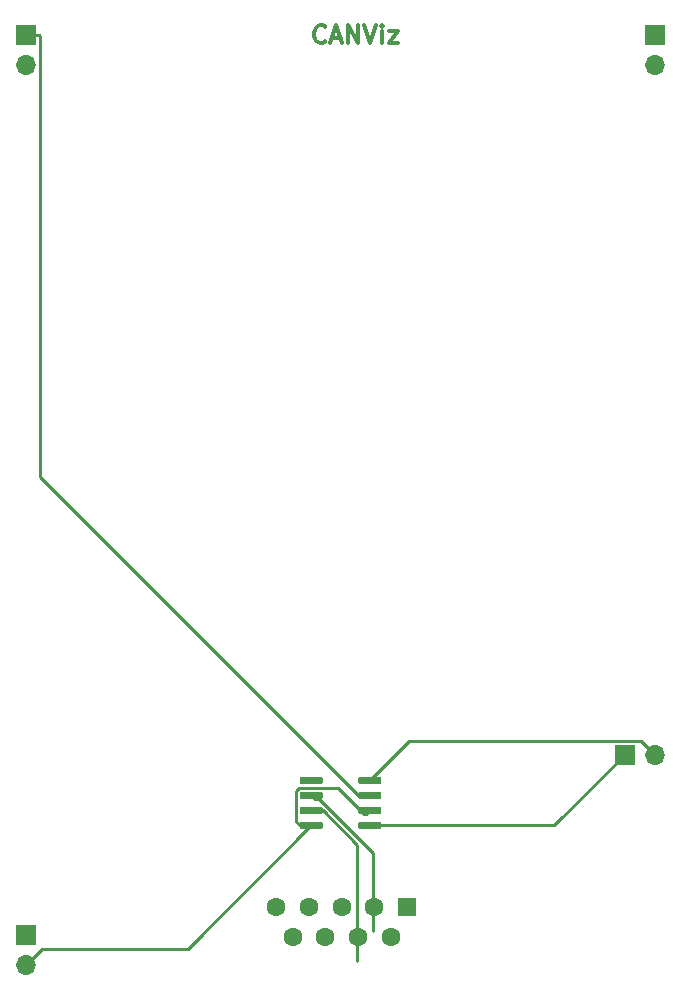
<source format=gbr>
G04 #@! TF.GenerationSoftware,KiCad,Pcbnew,5.1.5-52549c5~84~ubuntu18.04.1*
G04 #@! TF.CreationDate,2020-02-18T11:51:06+01:00*
G04 #@! TF.ProjectId,test,74657374-2e6b-4696-9361-645f70636258,rev?*
G04 #@! TF.SameCoordinates,Original*
G04 #@! TF.FileFunction,Copper,L1,Top*
G04 #@! TF.FilePolarity,Positive*
%FSLAX46Y46*%
G04 Gerber Fmt 4.6, Leading zero omitted, Abs format (unit mm)*
G04 Created by KiCad (PCBNEW 5.1.5-52549c5~84~ubuntu18.04.1) date 2020-02-18 11:51:06*
%MOMM*%
%LPD*%
G04 APERTURE LIST*
%ADD10C,0.375000*%
%ADD11R,1.600000X1.600000*%
%ADD12C,1.600000*%
%ADD13C,0.100000*%
%ADD14R,1.700000X1.700000*%
%ADD15O,1.700000X1.700000*%
%ADD16C,0.250000*%
G04 APERTURE END LIST*
D10*
X81428571Y-62735714D02*
X81357142Y-62807142D01*
X81142857Y-62878571D01*
X81000000Y-62878571D01*
X80785714Y-62807142D01*
X80642857Y-62664285D01*
X80571428Y-62521428D01*
X80500000Y-62235714D01*
X80500000Y-62021428D01*
X80571428Y-61735714D01*
X80642857Y-61592857D01*
X80785714Y-61450000D01*
X81000000Y-61378571D01*
X81142857Y-61378571D01*
X81357142Y-61450000D01*
X81428571Y-61521428D01*
X82000000Y-62450000D02*
X82714285Y-62450000D01*
X81857142Y-62878571D02*
X82357142Y-61378571D01*
X82857142Y-62878571D01*
X83357142Y-62878571D02*
X83357142Y-61378571D01*
X84214285Y-62878571D01*
X84214285Y-61378571D01*
X84714285Y-61378571D02*
X85214285Y-62878571D01*
X85714285Y-61378571D01*
X86214285Y-62878571D02*
X86214285Y-61878571D01*
X86214285Y-61378571D02*
X86142857Y-61450000D01*
X86214285Y-61521428D01*
X86285714Y-61450000D01*
X86214285Y-61378571D01*
X86214285Y-61521428D01*
X86785714Y-61878571D02*
X87571428Y-61878571D01*
X86785714Y-62878571D01*
X87571428Y-62878571D01*
D11*
X88350000Y-136007580D03*
D12*
X85580000Y-136007580D03*
X82810000Y-136007580D03*
X80040000Y-136007580D03*
X77270000Y-136007580D03*
X86965000Y-138547580D03*
X84195000Y-138547580D03*
X81425000Y-138547580D03*
X78655000Y-138547580D03*
G04 #@! TA.AperFunction,SMDPad,CuDef*
D13*
G36*
X86019203Y-128805722D02*
G01*
X86033764Y-128807882D01*
X86048043Y-128811459D01*
X86061903Y-128816418D01*
X86075210Y-128822712D01*
X86087836Y-128830280D01*
X86099659Y-128839048D01*
X86110566Y-128848934D01*
X86120452Y-128859841D01*
X86129220Y-128871664D01*
X86136788Y-128884290D01*
X86143082Y-128897597D01*
X86148041Y-128911457D01*
X86151618Y-128925736D01*
X86153778Y-128940297D01*
X86154500Y-128955000D01*
X86154500Y-129255000D01*
X86153778Y-129269703D01*
X86151618Y-129284264D01*
X86148041Y-129298543D01*
X86143082Y-129312403D01*
X86136788Y-129325710D01*
X86129220Y-129338336D01*
X86120452Y-129350159D01*
X86110566Y-129361066D01*
X86099659Y-129370952D01*
X86087836Y-129379720D01*
X86075210Y-129387288D01*
X86061903Y-129393582D01*
X86048043Y-129398541D01*
X86033764Y-129402118D01*
X86019203Y-129404278D01*
X86004500Y-129405000D01*
X84354500Y-129405000D01*
X84339797Y-129404278D01*
X84325236Y-129402118D01*
X84310957Y-129398541D01*
X84297097Y-129393582D01*
X84283790Y-129387288D01*
X84271164Y-129379720D01*
X84259341Y-129370952D01*
X84248434Y-129361066D01*
X84238548Y-129350159D01*
X84229780Y-129338336D01*
X84222212Y-129325710D01*
X84215918Y-129312403D01*
X84210959Y-129298543D01*
X84207382Y-129284264D01*
X84205222Y-129269703D01*
X84204500Y-129255000D01*
X84204500Y-128955000D01*
X84205222Y-128940297D01*
X84207382Y-128925736D01*
X84210959Y-128911457D01*
X84215918Y-128897597D01*
X84222212Y-128884290D01*
X84229780Y-128871664D01*
X84238548Y-128859841D01*
X84248434Y-128848934D01*
X84259341Y-128839048D01*
X84271164Y-128830280D01*
X84283790Y-128822712D01*
X84297097Y-128816418D01*
X84310957Y-128811459D01*
X84325236Y-128807882D01*
X84339797Y-128805722D01*
X84354500Y-128805000D01*
X86004500Y-128805000D01*
X86019203Y-128805722D01*
G37*
G04 #@! TD.AperFunction*
G04 #@! TA.AperFunction,SMDPad,CuDef*
G36*
X86019203Y-127535722D02*
G01*
X86033764Y-127537882D01*
X86048043Y-127541459D01*
X86061903Y-127546418D01*
X86075210Y-127552712D01*
X86087836Y-127560280D01*
X86099659Y-127569048D01*
X86110566Y-127578934D01*
X86120452Y-127589841D01*
X86129220Y-127601664D01*
X86136788Y-127614290D01*
X86143082Y-127627597D01*
X86148041Y-127641457D01*
X86151618Y-127655736D01*
X86153778Y-127670297D01*
X86154500Y-127685000D01*
X86154500Y-127985000D01*
X86153778Y-127999703D01*
X86151618Y-128014264D01*
X86148041Y-128028543D01*
X86143082Y-128042403D01*
X86136788Y-128055710D01*
X86129220Y-128068336D01*
X86120452Y-128080159D01*
X86110566Y-128091066D01*
X86099659Y-128100952D01*
X86087836Y-128109720D01*
X86075210Y-128117288D01*
X86061903Y-128123582D01*
X86048043Y-128128541D01*
X86033764Y-128132118D01*
X86019203Y-128134278D01*
X86004500Y-128135000D01*
X84354500Y-128135000D01*
X84339797Y-128134278D01*
X84325236Y-128132118D01*
X84310957Y-128128541D01*
X84297097Y-128123582D01*
X84283790Y-128117288D01*
X84271164Y-128109720D01*
X84259341Y-128100952D01*
X84248434Y-128091066D01*
X84238548Y-128080159D01*
X84229780Y-128068336D01*
X84222212Y-128055710D01*
X84215918Y-128042403D01*
X84210959Y-128028543D01*
X84207382Y-128014264D01*
X84205222Y-127999703D01*
X84204500Y-127985000D01*
X84204500Y-127685000D01*
X84205222Y-127670297D01*
X84207382Y-127655736D01*
X84210959Y-127641457D01*
X84215918Y-127627597D01*
X84222212Y-127614290D01*
X84229780Y-127601664D01*
X84238548Y-127589841D01*
X84248434Y-127578934D01*
X84259341Y-127569048D01*
X84271164Y-127560280D01*
X84283790Y-127552712D01*
X84297097Y-127546418D01*
X84310957Y-127541459D01*
X84325236Y-127537882D01*
X84339797Y-127535722D01*
X84354500Y-127535000D01*
X86004500Y-127535000D01*
X86019203Y-127535722D01*
G37*
G04 #@! TD.AperFunction*
G04 #@! TA.AperFunction,SMDPad,CuDef*
G36*
X86019203Y-126265722D02*
G01*
X86033764Y-126267882D01*
X86048043Y-126271459D01*
X86061903Y-126276418D01*
X86075210Y-126282712D01*
X86087836Y-126290280D01*
X86099659Y-126299048D01*
X86110566Y-126308934D01*
X86120452Y-126319841D01*
X86129220Y-126331664D01*
X86136788Y-126344290D01*
X86143082Y-126357597D01*
X86148041Y-126371457D01*
X86151618Y-126385736D01*
X86153778Y-126400297D01*
X86154500Y-126415000D01*
X86154500Y-126715000D01*
X86153778Y-126729703D01*
X86151618Y-126744264D01*
X86148041Y-126758543D01*
X86143082Y-126772403D01*
X86136788Y-126785710D01*
X86129220Y-126798336D01*
X86120452Y-126810159D01*
X86110566Y-126821066D01*
X86099659Y-126830952D01*
X86087836Y-126839720D01*
X86075210Y-126847288D01*
X86061903Y-126853582D01*
X86048043Y-126858541D01*
X86033764Y-126862118D01*
X86019203Y-126864278D01*
X86004500Y-126865000D01*
X84354500Y-126865000D01*
X84339797Y-126864278D01*
X84325236Y-126862118D01*
X84310957Y-126858541D01*
X84297097Y-126853582D01*
X84283790Y-126847288D01*
X84271164Y-126839720D01*
X84259341Y-126830952D01*
X84248434Y-126821066D01*
X84238548Y-126810159D01*
X84229780Y-126798336D01*
X84222212Y-126785710D01*
X84215918Y-126772403D01*
X84210959Y-126758543D01*
X84207382Y-126744264D01*
X84205222Y-126729703D01*
X84204500Y-126715000D01*
X84204500Y-126415000D01*
X84205222Y-126400297D01*
X84207382Y-126385736D01*
X84210959Y-126371457D01*
X84215918Y-126357597D01*
X84222212Y-126344290D01*
X84229780Y-126331664D01*
X84238548Y-126319841D01*
X84248434Y-126308934D01*
X84259341Y-126299048D01*
X84271164Y-126290280D01*
X84283790Y-126282712D01*
X84297097Y-126276418D01*
X84310957Y-126271459D01*
X84325236Y-126267882D01*
X84339797Y-126265722D01*
X84354500Y-126265000D01*
X86004500Y-126265000D01*
X86019203Y-126265722D01*
G37*
G04 #@! TD.AperFunction*
G04 #@! TA.AperFunction,SMDPad,CuDef*
G36*
X86019203Y-124995722D02*
G01*
X86033764Y-124997882D01*
X86048043Y-125001459D01*
X86061903Y-125006418D01*
X86075210Y-125012712D01*
X86087836Y-125020280D01*
X86099659Y-125029048D01*
X86110566Y-125038934D01*
X86120452Y-125049841D01*
X86129220Y-125061664D01*
X86136788Y-125074290D01*
X86143082Y-125087597D01*
X86148041Y-125101457D01*
X86151618Y-125115736D01*
X86153778Y-125130297D01*
X86154500Y-125145000D01*
X86154500Y-125445000D01*
X86153778Y-125459703D01*
X86151618Y-125474264D01*
X86148041Y-125488543D01*
X86143082Y-125502403D01*
X86136788Y-125515710D01*
X86129220Y-125528336D01*
X86120452Y-125540159D01*
X86110566Y-125551066D01*
X86099659Y-125560952D01*
X86087836Y-125569720D01*
X86075210Y-125577288D01*
X86061903Y-125583582D01*
X86048043Y-125588541D01*
X86033764Y-125592118D01*
X86019203Y-125594278D01*
X86004500Y-125595000D01*
X84354500Y-125595000D01*
X84339797Y-125594278D01*
X84325236Y-125592118D01*
X84310957Y-125588541D01*
X84297097Y-125583582D01*
X84283790Y-125577288D01*
X84271164Y-125569720D01*
X84259341Y-125560952D01*
X84248434Y-125551066D01*
X84238548Y-125540159D01*
X84229780Y-125528336D01*
X84222212Y-125515710D01*
X84215918Y-125502403D01*
X84210959Y-125488543D01*
X84207382Y-125474264D01*
X84205222Y-125459703D01*
X84204500Y-125445000D01*
X84204500Y-125145000D01*
X84205222Y-125130297D01*
X84207382Y-125115736D01*
X84210959Y-125101457D01*
X84215918Y-125087597D01*
X84222212Y-125074290D01*
X84229780Y-125061664D01*
X84238548Y-125049841D01*
X84248434Y-125038934D01*
X84259341Y-125029048D01*
X84271164Y-125020280D01*
X84283790Y-125012712D01*
X84297097Y-125006418D01*
X84310957Y-125001459D01*
X84325236Y-124997882D01*
X84339797Y-124995722D01*
X84354500Y-124995000D01*
X86004500Y-124995000D01*
X86019203Y-124995722D01*
G37*
G04 #@! TD.AperFunction*
G04 #@! TA.AperFunction,SMDPad,CuDef*
G36*
X81069203Y-124995722D02*
G01*
X81083764Y-124997882D01*
X81098043Y-125001459D01*
X81111903Y-125006418D01*
X81125210Y-125012712D01*
X81137836Y-125020280D01*
X81149659Y-125029048D01*
X81160566Y-125038934D01*
X81170452Y-125049841D01*
X81179220Y-125061664D01*
X81186788Y-125074290D01*
X81193082Y-125087597D01*
X81198041Y-125101457D01*
X81201618Y-125115736D01*
X81203778Y-125130297D01*
X81204500Y-125145000D01*
X81204500Y-125445000D01*
X81203778Y-125459703D01*
X81201618Y-125474264D01*
X81198041Y-125488543D01*
X81193082Y-125502403D01*
X81186788Y-125515710D01*
X81179220Y-125528336D01*
X81170452Y-125540159D01*
X81160566Y-125551066D01*
X81149659Y-125560952D01*
X81137836Y-125569720D01*
X81125210Y-125577288D01*
X81111903Y-125583582D01*
X81098043Y-125588541D01*
X81083764Y-125592118D01*
X81069203Y-125594278D01*
X81054500Y-125595000D01*
X79404500Y-125595000D01*
X79389797Y-125594278D01*
X79375236Y-125592118D01*
X79360957Y-125588541D01*
X79347097Y-125583582D01*
X79333790Y-125577288D01*
X79321164Y-125569720D01*
X79309341Y-125560952D01*
X79298434Y-125551066D01*
X79288548Y-125540159D01*
X79279780Y-125528336D01*
X79272212Y-125515710D01*
X79265918Y-125502403D01*
X79260959Y-125488543D01*
X79257382Y-125474264D01*
X79255222Y-125459703D01*
X79254500Y-125445000D01*
X79254500Y-125145000D01*
X79255222Y-125130297D01*
X79257382Y-125115736D01*
X79260959Y-125101457D01*
X79265918Y-125087597D01*
X79272212Y-125074290D01*
X79279780Y-125061664D01*
X79288548Y-125049841D01*
X79298434Y-125038934D01*
X79309341Y-125029048D01*
X79321164Y-125020280D01*
X79333790Y-125012712D01*
X79347097Y-125006418D01*
X79360957Y-125001459D01*
X79375236Y-124997882D01*
X79389797Y-124995722D01*
X79404500Y-124995000D01*
X81054500Y-124995000D01*
X81069203Y-124995722D01*
G37*
G04 #@! TD.AperFunction*
G04 #@! TA.AperFunction,SMDPad,CuDef*
G36*
X81069203Y-126265722D02*
G01*
X81083764Y-126267882D01*
X81098043Y-126271459D01*
X81111903Y-126276418D01*
X81125210Y-126282712D01*
X81137836Y-126290280D01*
X81149659Y-126299048D01*
X81160566Y-126308934D01*
X81170452Y-126319841D01*
X81179220Y-126331664D01*
X81186788Y-126344290D01*
X81193082Y-126357597D01*
X81198041Y-126371457D01*
X81201618Y-126385736D01*
X81203778Y-126400297D01*
X81204500Y-126415000D01*
X81204500Y-126715000D01*
X81203778Y-126729703D01*
X81201618Y-126744264D01*
X81198041Y-126758543D01*
X81193082Y-126772403D01*
X81186788Y-126785710D01*
X81179220Y-126798336D01*
X81170452Y-126810159D01*
X81160566Y-126821066D01*
X81149659Y-126830952D01*
X81137836Y-126839720D01*
X81125210Y-126847288D01*
X81111903Y-126853582D01*
X81098043Y-126858541D01*
X81083764Y-126862118D01*
X81069203Y-126864278D01*
X81054500Y-126865000D01*
X79404500Y-126865000D01*
X79389797Y-126864278D01*
X79375236Y-126862118D01*
X79360957Y-126858541D01*
X79347097Y-126853582D01*
X79333790Y-126847288D01*
X79321164Y-126839720D01*
X79309341Y-126830952D01*
X79298434Y-126821066D01*
X79288548Y-126810159D01*
X79279780Y-126798336D01*
X79272212Y-126785710D01*
X79265918Y-126772403D01*
X79260959Y-126758543D01*
X79257382Y-126744264D01*
X79255222Y-126729703D01*
X79254500Y-126715000D01*
X79254500Y-126415000D01*
X79255222Y-126400297D01*
X79257382Y-126385736D01*
X79260959Y-126371457D01*
X79265918Y-126357597D01*
X79272212Y-126344290D01*
X79279780Y-126331664D01*
X79288548Y-126319841D01*
X79298434Y-126308934D01*
X79309341Y-126299048D01*
X79321164Y-126290280D01*
X79333790Y-126282712D01*
X79347097Y-126276418D01*
X79360957Y-126271459D01*
X79375236Y-126267882D01*
X79389797Y-126265722D01*
X79404500Y-126265000D01*
X81054500Y-126265000D01*
X81069203Y-126265722D01*
G37*
G04 #@! TD.AperFunction*
G04 #@! TA.AperFunction,SMDPad,CuDef*
G36*
X81069203Y-127535722D02*
G01*
X81083764Y-127537882D01*
X81098043Y-127541459D01*
X81111903Y-127546418D01*
X81125210Y-127552712D01*
X81137836Y-127560280D01*
X81149659Y-127569048D01*
X81160566Y-127578934D01*
X81170452Y-127589841D01*
X81179220Y-127601664D01*
X81186788Y-127614290D01*
X81193082Y-127627597D01*
X81198041Y-127641457D01*
X81201618Y-127655736D01*
X81203778Y-127670297D01*
X81204500Y-127685000D01*
X81204500Y-127985000D01*
X81203778Y-127999703D01*
X81201618Y-128014264D01*
X81198041Y-128028543D01*
X81193082Y-128042403D01*
X81186788Y-128055710D01*
X81179220Y-128068336D01*
X81170452Y-128080159D01*
X81160566Y-128091066D01*
X81149659Y-128100952D01*
X81137836Y-128109720D01*
X81125210Y-128117288D01*
X81111903Y-128123582D01*
X81098043Y-128128541D01*
X81083764Y-128132118D01*
X81069203Y-128134278D01*
X81054500Y-128135000D01*
X79404500Y-128135000D01*
X79389797Y-128134278D01*
X79375236Y-128132118D01*
X79360957Y-128128541D01*
X79347097Y-128123582D01*
X79333790Y-128117288D01*
X79321164Y-128109720D01*
X79309341Y-128100952D01*
X79298434Y-128091066D01*
X79288548Y-128080159D01*
X79279780Y-128068336D01*
X79272212Y-128055710D01*
X79265918Y-128042403D01*
X79260959Y-128028543D01*
X79257382Y-128014264D01*
X79255222Y-127999703D01*
X79254500Y-127985000D01*
X79254500Y-127685000D01*
X79255222Y-127670297D01*
X79257382Y-127655736D01*
X79260959Y-127641457D01*
X79265918Y-127627597D01*
X79272212Y-127614290D01*
X79279780Y-127601664D01*
X79288548Y-127589841D01*
X79298434Y-127578934D01*
X79309341Y-127569048D01*
X79321164Y-127560280D01*
X79333790Y-127552712D01*
X79347097Y-127546418D01*
X79360957Y-127541459D01*
X79375236Y-127537882D01*
X79389797Y-127535722D01*
X79404500Y-127535000D01*
X81054500Y-127535000D01*
X81069203Y-127535722D01*
G37*
G04 #@! TD.AperFunction*
G04 #@! TA.AperFunction,SMDPad,CuDef*
G36*
X81069203Y-128805722D02*
G01*
X81083764Y-128807882D01*
X81098043Y-128811459D01*
X81111903Y-128816418D01*
X81125210Y-128822712D01*
X81137836Y-128830280D01*
X81149659Y-128839048D01*
X81160566Y-128848934D01*
X81170452Y-128859841D01*
X81179220Y-128871664D01*
X81186788Y-128884290D01*
X81193082Y-128897597D01*
X81198041Y-128911457D01*
X81201618Y-128925736D01*
X81203778Y-128940297D01*
X81204500Y-128955000D01*
X81204500Y-129255000D01*
X81203778Y-129269703D01*
X81201618Y-129284264D01*
X81198041Y-129298543D01*
X81193082Y-129312403D01*
X81186788Y-129325710D01*
X81179220Y-129338336D01*
X81170452Y-129350159D01*
X81160566Y-129361066D01*
X81149659Y-129370952D01*
X81137836Y-129379720D01*
X81125210Y-129387288D01*
X81111903Y-129393582D01*
X81098043Y-129398541D01*
X81083764Y-129402118D01*
X81069203Y-129404278D01*
X81054500Y-129405000D01*
X79404500Y-129405000D01*
X79389797Y-129404278D01*
X79375236Y-129402118D01*
X79360957Y-129398541D01*
X79347097Y-129393582D01*
X79333790Y-129387288D01*
X79321164Y-129379720D01*
X79309341Y-129370952D01*
X79298434Y-129361066D01*
X79288548Y-129350159D01*
X79279780Y-129338336D01*
X79272212Y-129325710D01*
X79265918Y-129312403D01*
X79260959Y-129298543D01*
X79257382Y-129284264D01*
X79255222Y-129269703D01*
X79254500Y-129255000D01*
X79254500Y-128955000D01*
X79255222Y-128940297D01*
X79257382Y-128925736D01*
X79260959Y-128911457D01*
X79265918Y-128897597D01*
X79272212Y-128884290D01*
X79279780Y-128871664D01*
X79288548Y-128859841D01*
X79298434Y-128848934D01*
X79309341Y-128839048D01*
X79321164Y-128830280D01*
X79333790Y-128822712D01*
X79347097Y-128816418D01*
X79360957Y-128811459D01*
X79375236Y-128807882D01*
X79389797Y-128805722D01*
X79404500Y-128805000D01*
X81054500Y-128805000D01*
X81069203Y-128805722D01*
G37*
G04 #@! TD.AperFunction*
D14*
X56100000Y-62200000D03*
D15*
X56100000Y-64740000D03*
D14*
X56100000Y-138400000D03*
D15*
X56100000Y-140940000D03*
X109300000Y-64740000D03*
D14*
X109300000Y-62200000D03*
D15*
X109300000Y-123160000D03*
D14*
X106760000Y-123160000D03*
D16*
X57200000Y-62200000D02*
X56100000Y-62200000D01*
X57275001Y-62275001D02*
X57200000Y-62200000D01*
X57275001Y-99635501D02*
X57275001Y-62275001D01*
X84204500Y-126565000D02*
X57275001Y-99635501D01*
X85179500Y-126565000D02*
X84204500Y-126565000D01*
X78929490Y-128779990D02*
X79254500Y-129105000D01*
X78929490Y-126218242D02*
X78929490Y-128779990D01*
X79227722Y-125920010D02*
X78929490Y-126218242D01*
X84716268Y-128135000D02*
X82501278Y-125920010D01*
X82501278Y-125920010D02*
X79227722Y-125920010D01*
X84879500Y-128135000D02*
X84716268Y-128135000D01*
X85179500Y-127835000D02*
X84879500Y-128135000D01*
X80089400Y-129105000D02*
X80086200Y-129108200D01*
X80229500Y-129105000D02*
X80089400Y-129105000D01*
X79254500Y-129105000D02*
X80086200Y-129108200D01*
X56949999Y-140090001D02*
X56100000Y-140940000D01*
X57464999Y-139575001D02*
X56949999Y-140090001D01*
X69759499Y-139575001D02*
X57464999Y-139575001D01*
X80229500Y-129105000D02*
X69759499Y-139575001D01*
X80529500Y-126865000D02*
X80229500Y-126565000D01*
X85484500Y-131443232D02*
X80906268Y-126865000D01*
X80906268Y-126865000D02*
X80529500Y-126865000D01*
X85484500Y-138006000D02*
X85484500Y-131443232D01*
X81204500Y-127835000D02*
X80229500Y-127835000D01*
X84099500Y-130730000D02*
X81204500Y-127835000D01*
X84099500Y-140546000D02*
X84099500Y-130730000D01*
X100815000Y-129105000D02*
X85179500Y-129105000D01*
X106760000Y-123160000D02*
X100815000Y-129105000D01*
X108124999Y-121984999D02*
X88489501Y-121984999D01*
X85479500Y-124995000D02*
X85179500Y-125295000D01*
X88489501Y-121984999D02*
X85479500Y-124995000D01*
X109300000Y-123160000D02*
X108124999Y-121984999D01*
M02*

</source>
